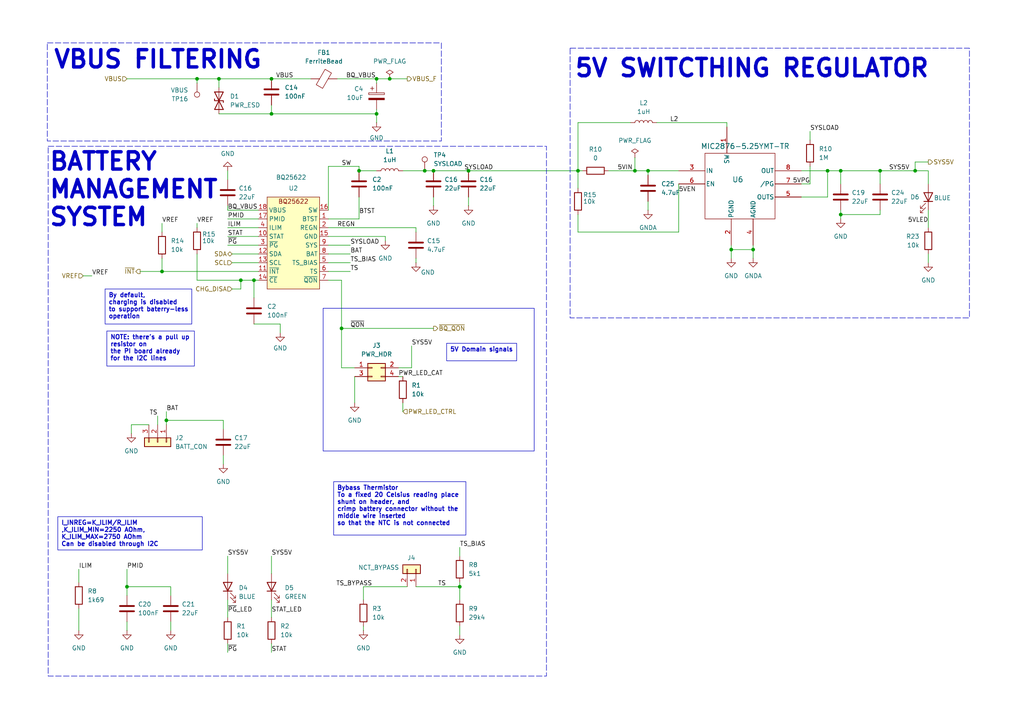
<source format=kicad_sch>
(kicad_sch (version 20231120) (generator "eeschema") (generator_version "8.0")
  (paper "A4")
  (title_block (title "Effective Range - MrHAT") (date "2024-06-17") (rev "1.10.0") (company "Effective Range Kft.") (comment 1 "visit https://creativecommons.org/licenses/by/4.0/") (comment 2 "is licensed under CC BY 4.0. To view a copy of this license,") (comment 3 "License: MrHAT © 2024 by Ferenc Nandor Janky & Attila Gombos"))
  (lib_symbols
    (symbol "Connector:TestPoint" (pin_numbers hide) (pin_names (offset 0.762) hide)
      (property "Reference" "TP" (at 0 6.858 0))
      (property "Value" "TestPoint" (at 0 5.08 0))
      (symbol "TestPoint_0_1"
        (circle (center 0 3.302) (radius 0.762))
      )
      (symbol "TestPoint_1_1"
        (pin passive line (at 0 0 90) (length 2.54) (name "1") (number "1"))
      )
    )
    (symbol "Connector_Generic:Conn_01x02" (pin_names (offset 1.016) hide)
      (property "Reference" "J" (at 0 2.54 0))
      (property "Value" "Conn_01x02" (at 0 -5.08 0))
      (symbol "Conn_01x02_1_1"
        (rectangle (start -1.27 -2.413) (end 0 -2.667) (stroke (width 0.1524)))
        (rectangle (start -1.27 0.127) (end 0 -0.127) (stroke (width 0.1524)))
        (rectangle (start -1.27 1.27) (end 1.27 -3.81) (stroke (width 0.254)) (fill (type background)))
        (pin passive line (at -5.08 0 0) (length 3.81) (name "Pin_1") (number "1"))
        (pin passive line (at -5.08 -2.54 0) (length 3.81) (name "Pin_2") (number "2"))
      )
    )
    (symbol "Connector_Generic:Conn_01x03" (pin_names (offset 1.016) hide)
      (property "Reference" "J" (at 0 5.08 0))
      (property "Value" "Conn_01x03" (at 0 -5.08 0))
      (symbol "Conn_01x03_1_1"
        (rectangle (start -1.27 -2.413) (end 0 -2.667) (stroke (width 0.1524)))
        (rectangle (start -1.27 0.127) (end 0 -0.127) (stroke (width 0.1524)))
        (rectangle (start -1.27 2.667) (end 0 2.413) (stroke (width 0.1524)))
        (rectangle (start -1.27 3.81) (end 1.27 -3.81) (stroke (width 0.254)) (fill (type background)))
        (pin passive line (at -5.08 2.54 0) (length 3.81) (name "Pin_1") (number "1"))
        (pin passive line (at -5.08 0 0) (length 3.81) (name "Pin_2") (number "2"))
        (pin passive line (at -5.08 -2.54 0) (length 3.81) (name "Pin_3") (number "3"))
      )
    )
    (symbol "Connector_Generic:Conn_02x02_Odd_Even" (pin_names (offset 1.016) hide)
      (property "Reference" "J" (at 1.27 2.54 0))
      (property "Value" "Conn_02x02_Odd_Even" (at 1.27 -5.08 0))
      (symbol "Conn_02x02_Odd_Even_1_1"
        (rectangle (start -1.27 -2.413) (end 0 -2.667) (stroke (width 0.1524)))
        (rectangle (start -1.27 0.127) (end 0 -0.127) (stroke (width 0.1524)))
        (rectangle (start -1.27 1.27) (end 3.81 -3.81) (stroke (width 0.254)) (fill (type background)))
        (rectangle (start 3.81 -2.413) (end 2.54 -2.667) (stroke (width 0.1524)))
        (rectangle (start 3.81 0.127) (end 2.54 -0.127) (stroke (width 0.1524)))
        (pin passive line (at -5.08 0 0) (length 3.81) (name "Pin_1") (number "1"))
        (pin passive line (at 7.62 0 180) (length 3.81) (name "Pin_2") (number "2"))
        (pin passive line (at -5.08 -2.54 0) (length 3.81) (name "Pin_3") (number "3"))
        (pin passive line (at 7.62 -2.54 180) (length 3.81) (name "Pin_4") (number "4"))
      )
    )
    (symbol "Device:C" (pin_numbers hide) (pin_names (offset 0.254))
      (property "Reference" "C" (at 0.635 2.54 0))
      (property "Value" "C" (at 0.635 -2.54 0))
      (symbol "C_0_1"
        (polyline (pts (xy -2.032 -0.762) (xy 2.032 -0.762)) (stroke (width 0.508)))
        (polyline (pts (xy -2.032 0.762) (xy 2.032 0.762)) (stroke (width 0.508)))
      )
      (symbol "C_1_1"
        (pin passive line (at 0 3.81 270) (length 2.794) (name "~") (number "1"))
        (pin passive line (at 0 -3.81 90) (length 2.794) (name "~") (number "2"))
      )
    )
    (symbol "Device:C_Polarized" (pin_numbers hide) (pin_names (offset 0.254))
      (property "Reference" "C" (at 0.635 2.54 0))
      (property "Value" "C_Polarized" (at 0.635 -2.54 0))
      (symbol "C_Polarized_0_1"
        (rectangle (start -2.286 0.508) (end 2.286 1.016))
        (polyline (pts (xy -1.778 2.286) (xy -0.762 2.286)))
        (polyline (pts (xy -1.27 2.794) (xy -1.27 1.778)))
        (rectangle (start 2.286 -0.508) (end -2.286 -1.016) (fill (type outline)))
      )
      (symbol "C_Polarized_1_1"
        (pin passive line (at 0 3.81 270) (length 2.794) (name "~") (number "1"))
        (pin passive line (at 0 -3.81 90) (length 2.794) (name "~") (number "2"))
      )
    )
    (symbol "Device:FerriteBead" (pin_numbers hide) (pin_names (offset 0))
      (property "Reference" "FB" (at -3.81 0.635 90))
      (property "Value" "FerriteBead" (at 3.81 0 90))
      (symbol "FerriteBead_0_1"
        (polyline (pts (xy 0 -1.27) (xy 0 -1.2192)))
        (polyline (pts (xy 0 1.27) (xy 0 1.2954)))
        (polyline (pts (xy -2.7686 0.4064) (xy -1.7018 2.2606) (xy 2.7686 -0.3048) (xy 1.6764 -2.159) (xy -2.7686 0.4064)))
      )
      (symbol "FerriteBead_1_1"
        (pin passive line (at 0 3.81 270) (length 2.54) (name "~") (number "1"))
        (pin passive line (at 0 -3.81 90) (length 2.54) (name "~") (number "2"))
      )
    )
    (symbol "Device:L" (pin_numbers hide) (pin_names (offset 1.016) hide)
      (property "Reference" "L" (at -1.27 0 90))
      (property "Value" "L" (at 1.905 0 90))
      (symbol "L_0_1"
        (arc (start 0 -2.54) (mid 0.6323 -1.905) (end 0 -1.27))
        (arc (start 0 -1.27) (mid 0.6323 -0.635) (end 0 0))
        (arc (start 0 0) (mid 0.6323 0.635) (end 0 1.27))
        (arc (start 0 1.27) (mid 0.6323 1.905) (end 0 2.54))
      )
      (symbol "L_1_1"
        (pin passive line (at 0 3.81 270) (length 1.27) (name "1") (number "1"))
        (pin passive line (at 0 -3.81 90) (length 1.27) (name "2") (number "2"))
      )
    )
    (symbol "Device:LED" (pin_numbers hide) (pin_names (offset 1.016) hide)
      (property "Reference" "D" (at 0 2.54 0))
      (property "Value" "LED" (at 0 -2.54 0))
      (symbol "LED_0_1"
        (polyline (pts (xy -1.27 -1.27) (xy -1.27 1.27)) (stroke (width 0.254)))
        (polyline (pts (xy -1.27 0) (xy 1.27 0)))
        (polyline (pts (xy 1.27 -1.27) (xy 1.27 1.27) (xy -1.27 0) (xy 1.27 -1.27)) (stroke (width 0.254)))
        (polyline (pts (xy -3.048 -0.762) (xy -4.572 -2.286) (xy -3.81 -2.286) (xy -4.572 -2.286) (xy -4.572 -1.524)))
        (polyline (pts (xy -1.778 -0.762) (xy -3.302 -2.286) (xy -2.54 -2.286) (xy -3.302 -2.286) (xy -3.302 -1.524)))
      )
      (symbol "LED_1_1"
        (pin passive line (at -3.81 0 0) (length 2.54) (name "K") (number "1"))
        (pin passive line (at 3.81 0 180) (length 2.54) (name "A") (number "2"))
      )
    )
    (symbol "Device:R" (pin_numbers hide) (pin_names (offset 0))
      (property "Reference" "R" (at 2.032 0 90))
      (property "Value" "R" (at 0 0 90))
      (symbol "R_0_1"
        (rectangle (start -1.016 -2.54) (end 1.016 2.54) (stroke (width 0.254)))
      )
      (symbol "R_1_1"
        (pin passive line (at 0 3.81 270) (length 1.27) (name "~") (number "1"))
        (pin passive line (at 0 -3.81 90) (length 1.27) (name "~") (number "2"))
      )
    )
    (symbol "Diode:1.5KExxCA" (pin_numbers hide) (pin_names (offset 1.016) hide)
      (property "Reference" "D" (at 0 2.54 0))
      (property "Value" "1.5KExxCA" (at 0 -2.54 0))
      (symbol "1.5KExxCA_0_1"
        (polyline (pts (xy 1.27 0) (xy -1.27 0)))
        (polyline (pts (xy -2.54 -1.27) (xy 0 0) (xy -2.54 1.27) (xy -2.54 -1.27)) (stroke (width 0.254)))
        (polyline (pts (xy 0.508 1.27) (xy 0 1.27) (xy 0 -1.27) (xy -0.508 -1.27)) (stroke (width 0.254)))
        (polyline (pts (xy 2.54 1.27) (xy 2.54 -1.27) (xy 0 0) (xy 2.54 1.27)) (stroke (width 0.254)))
      )
      (symbol "1.5KExxCA_1_1"
        (pin passive line (at -3.81 0 0) (length 2.54) (name "A1") (number "1"))
        (pin passive line (at 3.81 0 180) (length 2.54) (name "A2") (number "2"))
      )
    )
    (symbol "effectiveRangeHat_kicad_sym:BQ25622"
      (property "Reference" "U" (at 0 16.51 0))
      (symbol "BQ25622_1_1"
        (rectangle (start -7.62 15.24) (end 7.62 -11.43) (fill (type background)))
        (text "BQ25622\n" (at 0 13.97 0) (effects (font (size 1.27 1.27))))
        (pin input line (at 10.16 8.89 180) (length 2.54) (name "BTST") (number "1"))
        (pin input line (at -10.16 3.81 0) (length 2.54) (name "STAT") (number "10"))
        (pin input line (at -10.16 -6.35 0) (length 2.54) (name "~{INT}") (number "11"))
        (pin input line (at -10.16 -1.27 0) (length 2.54) (name "SDA") (number "12"))
        (pin input line (at -10.16 -3.81 0) (length 2.54) (name "SCL") (number "13"))
        (pin input line (at -10.16 -8.89 0) (length 2.54) (name "~{CE}") (number "14"))
        (pin passive line (at 10.16 3.81 180) (length 2.54) (name "GND") (number "15"))
        (pin input line (at 10.16 11.43 180) (length 2.54) (name "SW") (number "16"))
        (pin input line (at -10.16 8.89 0) (length 2.54) (name "PMID") (number "17"))
        (pin power_in line (at -10.16 11.43 0) (length 2.54) (name "VBUS") (number "18"))
        (pin input line (at 10.16 6.35 180) (length 2.54) (name "REGN") (number "2"))
        (pin input line (at -10.16 1.27 0) (length 2.54) (name "~{PG}") (number "3"))
        (pin input line (at -10.16 6.35 0) (length 2.54) (name "ILIM") (number "4"))
        (pin input line (at 10.16 -3.81 180) (length 2.54) (name "TS_BIAS") (number "5"))
        (pin input line (at 10.16 -6.35 180) (length 2.54) (name "TS") (number "6"))
        (pin input line (at 10.16 -8.89 180) (length 2.54) (name "~{QON}") (number "7"))
        (pin input line (at 10.16 -1.27 180) (length 2.54) (name "BAT") (number "8"))
        (pin power_out line (at 10.16 1.27 180) (length 2.54) (name "SYS") (number "9"))
      )
    )
    (symbol "effectiveRangeHat_kicad_sym:MIC2876-5.25YMT-TR" (pin_names (offset 0.254))
      (property "Reference" "U" (at 0 14.224 0))
      (property "Value" "MIC2876-5.25YMT-TR" (at 0 11.684 0))
      (symbol "MIC2876-5.25YMT-TR_0_1"
        (rectangle (start -11.43 8.89) (end 8.89 -10.16))
        (pin power_in line (at -19.05 3.81 0) (length 7.62) (name "IN") (number "3"))
        (pin input line (at 16.51 -3.81 180) (length 7.62) (name "OUTS") (number "5"))
        (pin input line (at -19.05 0 0) (length 7.62) (name "EN") (number "6"))
        (pin output line (at 16.51 0 180) (length 7.62) (name "/PG") (number "7"))
      )
      (symbol "MIC2876-5.25YMT-TR_1_1"
        (pin passive line (at -5.08 16.51 270) (length 7.62) (name "SW") (number "1"))
        (pin passive line (at -3.81 -17.78 90) (length 7.62) (name "PGND") (number "2"))
        (pin passive line (at 2.54 -17.78 90) (length 7.62) (name "AGND") (number "4"))
        (pin power_out line (at 16.51 3.81 180) (length 7.62) (name "OUT") (number "8"))
        (pin passive line (at 2.54 -17.78 90) (length 7.62) hide (name "AGND") (number "9"))
      )
    )
    (symbol "power:GND" (power) (pin_numbers hide) (pin_names (offset 0) hide)
      (property "Value" "GND" (at 0 -3.81 0))
      (symbol "GND_0_1"
        (polyline (pts (xy 0 0) (xy 0 -1.27) (xy 1.27 -1.27) (xy 0 -2.54) (xy -1.27 -1.27) (xy 0 -1.27)))
      )
      (symbol "GND_1_1"
        (pin power_in line (at 0 0 270) (length 0) (name "~") (number "1"))
      )
    )
    (symbol "power:GNDA" (power) (pin_numbers hide) (pin_names (offset 0) hide)
      (property "Value" "GNDA" (at 0 -3.81 0))
      (symbol "GNDA_0_1"
        (polyline (pts (xy 0 0) (xy 0 -1.27) (xy 1.27 -1.27) (xy 0 -2.54) (xy -1.27 -1.27) (xy 0 -1.27)))
      )
      (symbol "GNDA_1_1"
        (pin power_in line (at 0 0 270) (length 0) (name "~") (number "1"))
      )
    )
    (symbol "power:PWR_FLAG" (power) (pin_numbers hide) (pin_names (offset 0) hide)
      (property "Value" "PWR_FLAG" (at 0 3.81 0))
      (symbol "PWR_FLAG_0_0"
        (pin power_out line (at 0 0 90) (length 0) (name "~") (number "1"))
      )
      (symbol "PWR_FLAG_0_1"
        (polyline (pts (xy 0 0) (xy 0 1.27) (xy -1.016 1.905) (xy 0 2.54) (xy 1.016 1.905) (xy 0 1.27)))
      )
    )
  )
  (junction (at 135.89 49.53))
  (junction (at 243.84 49.53))
  (junction (at 78.74 22.86))
  (junction (at 265.43 49.53))
  (junction (at 48.26 121.92))
  (junction (at 36.83 170.18))
  (junction (at 109.22 33.02))
  (junction (at 218.44 72.39))
  (junction (at 113.03 22.86))
  (junction (at 109.22 22.86))
  (junction (at 240.03 49.53))
  (junction (at 212.09 72.39))
  (junction (at 99.06 95.25))
  (junction (at 123.19 49.53))
  (junction (at 73.66 81.28))
  (junction (at 133.35 170.18))
  (junction (at 69.85 81.28))
  (junction (at 167.64 49.53))
  (junction (at 78.74 33.02))
  (junction (at 125.73 49.53))
  (junction (at 63.5 22.86))
  (junction (at 184.15 49.53))
  (junction (at 57.15 22.86))
  (junction (at 255.27 49.53))
  (junction (at 104.14 49.53))
  (junction (at 187.96 49.53))
  (junction (at 46.99 78.74))
  (junction (at 243.84 62.23))
  (wire (pts (xy 133.35 170.18) (xy 133.35 173.99)))
  (wire (pts (xy 133.35 168.91) (xy 133.35 170.18)))
  (wire (pts (xy 46.99 78.74) (xy 46.99 74.93)))
  (wire (pts (xy 57.15 81.28) (xy 69.85 81.28)))
  (wire (pts (xy 66.04 49.53) (xy 66.04 52.07)))
  (wire (pts (xy 95.25 71.12) (xy 101.6 71.12)))
  (wire (pts (xy 78.74 33.02) (xy 109.22 33.02)))
  (wire (pts (xy 120.65 170.18) (xy 133.35 170.18)))
  (wire (pts (xy 45.72 120.65) (xy 45.72 123.19)))
  (wire (pts (xy 115.57 109.22) (xy 116.84 109.22)))
  (wire (pts (xy 232.41 49.53) (xy 240.03 49.53)))
  (wire (pts (xy 38.1 125.73) (xy 38.1 123.19)))
  (wire (pts (xy 57.15 73.66) (xy 57.15 81.28)))
  (wire (pts (xy 63.5 22.86) (xy 78.74 22.86)))
  (wire (pts (xy 184.15 49.53) (xy 187.96 49.53)))
  (wire (pts (xy 104.14 49.53) (xy 109.22 49.53)))
  (wire (pts (xy 218.44 72.39) (xy 218.44 74.93)))
  (wire (pts (xy 232.41 53.34) (xy 234.95 53.34)))
  (wire (pts (xy 36.83 170.18) (xy 49.53 170.18)))
  (wire (pts (xy 167.64 54.61) (xy 167.64 49.53)))
  (wire (pts (xy 78.74 22.86) (xy 90.17 22.86)))
  (wire (pts (xy 78.74 30.48) (xy 78.74 33.02)))
  (wire (pts (xy 167.64 35.56) (xy 182.88 35.56)))
  (wire (pts (xy 95.25 48.26) (xy 104.14 48.26)))
  (wire (pts (xy 64.77 132.08) (xy 64.77 134.62)))
  (wire (pts (xy 105.41 181.61) (xy 105.41 182.88)))
  (wire (pts (xy 46.99 78.74) (xy 74.93 78.74)))
  (wire (pts (xy 135.89 49.53) (xy 167.64 49.53)))
  (wire (pts (xy 265.43 46.99) (xy 265.43 49.53)))
  (wire (pts (xy 49.53 180.34) (xy 49.53 182.88)))
  (wire (pts (xy 99.06 81.28) (xy 99.06 95.25)))
  (wire (pts (xy 255.27 60.96) (xy 255.27 62.23)))
  (wire (pts (xy 36.83 170.18) (xy 36.83 172.72)))
  (wire (pts (xy 95.25 78.74) (xy 101.6 78.74)))
  (wire (pts (xy 210.82 35.56) (xy 190.5 35.56)))
  (wire (pts (xy 36.83 165.1) (xy 36.83 170.18)))
  (wire (pts (xy 243.84 49.53) (xy 243.84 53.34)))
  (wire (pts (xy 95.25 66.04) (xy 120.65 66.04)))
  (wire (pts (xy 109.22 22.86) (xy 113.03 22.86)))
  (wire (pts (xy 212.09 72.39) (xy 212.09 74.93)))
  (wire (pts (xy 63.5 33.02) (xy 78.74 33.02)))
  (wire (pts (xy 95.25 76.2) (xy 101.6 76.2)))
  (wire (pts (xy 22.86 176.53) (xy 22.86 182.88)))
  (wire (pts (xy 73.66 81.28) (xy 73.66 86.36)))
  (wire (pts (xy 78.74 161.29) (xy 78.74 166.37)))
  (wire (pts (xy 212.09 72.39) (xy 218.44 72.39)))
  (wire (pts (xy 99.06 95.25) (xy 99.06 106.68)))
  (wire (pts (xy 187.96 49.53) (xy 196.85 49.53)))
  (wire (pts (xy 73.66 81.28) (xy 74.93 81.28)))
  (wire (pts (xy 255.27 49.53) (xy 265.43 49.53)))
  (wire (pts (xy 240.03 49.53) (xy 243.84 49.53)))
  (wire (pts (xy 22.86 165.1) (xy 22.86 168.91)))
  (wire (pts (xy 66.04 59.69) (xy 66.04 60.96)))
  (wire (pts (xy 255.27 62.23) (xy 243.84 62.23)))
  (wire (pts (xy 111.76 68.58) (xy 111.76 69.85)))
  (wire (pts (xy 269.24 49.53) (xy 265.43 49.53)))
  (wire (pts (xy 81.28 93.98) (xy 81.28 96.52)))
  (wire (pts (xy 167.64 49.53) (xy 168.91 49.53)))
  (wire (pts (xy 187.96 58.42) (xy 187.96 60.96)))
  (wire (pts (xy 66.04 63.5) (xy 74.93 63.5)))
  (wire (pts (xy 119.38 100.33) (xy 119.38 106.68)))
  (wire (pts (xy 64.77 121.92) (xy 64.77 124.46)))
  (wire (pts (xy 95.25 48.26) (xy 95.25 60.96)))
  (wire (pts (xy 120.65 74.93) (xy 120.65 76.2)))
  (wire (pts (xy 69.85 81.28) (xy 73.66 81.28)))
  (wire (pts (xy 73.66 93.98) (xy 81.28 93.98)))
  (wire (pts (xy 99.06 106.68) (xy 102.87 106.68)))
  (wire (pts (xy 48.26 121.92) (xy 64.77 121.92)))
  (wire (pts (xy 269.24 73.66) (xy 269.24 76.2)))
  (wire (pts (xy 109.22 31.75) (xy 109.22 33.02)))
  (wire (pts (xy 78.74 173.99) (xy 78.74 179.07)))
  (wire (pts (xy 123.19 49.53) (xy 125.73 49.53)))
  (wire (pts (xy 78.74 186.69) (xy 78.74 189.23)))
  (wire (pts (xy 243.84 60.96) (xy 243.84 62.23)))
  (wire (pts (xy 36.83 180.34) (xy 36.83 182.88)))
  (wire (pts (xy 95.25 68.58) (xy 111.76 68.58)))
  (wire (pts (xy 40.64 78.74) (xy 46.99 78.74)))
  (wire (pts (xy 66.04 60.96) (xy 74.93 60.96)))
  (wire (pts (xy 67.31 76.2) (xy 74.93 76.2)))
  (wire (pts (xy 104.14 48.26) (xy 104.14 49.53)))
  (wire (pts (xy 48.26 121.92) (xy 48.26 123.19)))
  (wire (pts (xy 66.04 66.04) (xy 74.93 66.04)))
  (wire (pts (xy 265.43 46.99) (xy 269.24 46.99)))
  (wire (pts (xy 135.89 57.15) (xy 135.89 59.69)))
  (wire (pts (xy 133.35 158.75) (xy 133.35 161.29)))
  (wire (pts (xy 66.04 68.58) (xy 74.93 68.58)))
  (wire (pts (xy 57.15 64.77) (xy 57.15 66.04)))
  (wire (pts (xy 184.15 45.72) (xy 184.15 49.53)))
  (wire (pts (xy 116.84 49.53) (xy 123.19 49.53)))
  (wire (pts (xy 105.41 170.18) (xy 118.11 170.18)))
  (wire (pts (xy 104.14 63.5) (xy 104.14 57.15)))
  (wire (pts (xy 232.41 57.15) (xy 240.03 57.15)))
  (wire (pts (xy 102.87 109.22) (xy 102.87 116.84)))
  (wire (pts (xy 48.26 119.38) (xy 48.26 121.92)))
  (wire (pts (xy 133.35 181.61) (xy 133.35 184.15)))
  (wire (pts (xy 36.83 22.86) (xy 57.15 22.86)))
  (wire (pts (xy 113.03 22.86) (xy 118.11 22.86)))
  (wire (pts (xy 69.85 81.28) (xy 69.85 83.82)))
  (wire (pts (xy 243.84 49.53) (xy 255.27 49.53)))
  (wire (pts (xy 269.24 49.53) (xy 269.24 53.34)))
  (wire (pts (xy 67.31 73.66) (xy 74.93 73.66)))
  (wire (pts (xy 66.04 161.29) (xy 66.04 166.37)))
  (wire (pts (xy 269.24 60.96) (xy 269.24 66.04)))
  (wire (pts (xy 24.13 80.01) (xy 26.67 80.01)))
  (wire (pts (xy 57.15 22.86) (xy 63.5 22.86)))
  (wire (pts (xy 167.64 35.56) (xy 167.64 49.53)))
  (wire (pts (xy 109.22 22.86) (xy 109.22 24.13)))
  (wire (pts (xy 218.44 71.12) (xy 218.44 72.39)))
  (wire (pts (xy 105.41 170.18) (xy 105.41 173.99)))
  (wire (pts (xy 99.06 95.25) (xy 125.73 95.25)))
  (wire (pts (xy 240.03 49.53) (xy 240.03 57.15)))
  (wire (pts (xy 66.04 186.69) (xy 66.04 189.23)))
  (wire (pts (xy 234.95 38.1) (xy 234.95 40.64)))
  (wire (pts (xy 95.25 81.28) (xy 99.06 81.28)))
  (wire (pts (xy 115.57 106.68) (xy 119.38 106.68)))
  (wire (pts (xy 95.25 63.5) (xy 104.14 63.5)))
  (wire (pts (xy 125.73 49.53) (xy 135.89 49.53)))
  (wire (pts (xy 167.64 62.23) (xy 167.64 67.31)))
  (wire (pts (xy 95.25 73.66) (xy 101.6 73.66)))
  (wire (pts (xy 210.82 35.56) (xy 210.82 36.83)))
  (wire (pts (xy 125.73 57.15) (xy 125.73 59.69)))
  (wire (pts (xy 46.99 64.77) (xy 46.99 67.31)))
  (wire (pts (xy 212.09 71.12) (xy 212.09 72.39)))
  (wire (pts (xy 234.95 48.26) (xy 234.95 53.34)))
  (wire (pts (xy 66.04 71.12) (xy 74.93 71.12)))
  (wire (pts (xy 120.65 66.04) (xy 120.65 67.31)))
  (wire (pts (xy 66.04 173.99) (xy 66.04 179.07)))
  (wire (pts (xy 167.64 67.31) (xy 196.85 67.31)))
  (wire (pts (xy 187.96 49.53) (xy 187.96 50.8)))
  (wire (pts (xy 243.84 62.23) (xy 243.84 63.5)))
  (wire (pts (xy 57.15 24.13) (xy 57.15 22.86)))
  (wire (pts (xy 38.1 123.19) (xy 43.18 123.19)))
  (wire (pts (xy 255.27 49.53) (xy 255.27 53.34)))
  (wire (pts (xy 63.5 22.86) (xy 63.5 25.4)))
  (wire (pts (xy 176.53 49.53) (xy 184.15 49.53)))
  (wire (pts (xy 49.53 170.18) (xy 49.53 172.72)))
  (wire (pts (xy 109.22 33.02) (xy 109.22 35.56)))
  (wire (pts (xy 116.84 119.38) (xy 116.84 116.84)))
  (wire (pts (xy 97.79 22.86) (xy 109.22 22.86)))
  (wire (pts (xy 67.31 83.82) (xy 69.85 83.82)))
  (wire (pts (xy 196.85 53.34) (xy 196.85 67.31)))
  (rectangle (start 13.716 12.446) (end 128.016 40.894) (stroke (width 0) (type dash)))
  (rectangle (start 93.726 89.408) (end 154.94 130.81))
  (rectangle (start 13.97 42.418) (end 158.496 196.088) (stroke (width 0) (type dash)))
  (rectangle (start 165.354 13.97) (end 281.178 92.202) (stroke (width 0) (type dash)))
  (text_box "NOTE: there's a pull up resistor on\nthe PI board already for the I2C lines\n" (at 30.988 96.012 0) (size 25.4 10.16) (effects (font (size 1.27 1.27) (bold yes)) (justify left top)))
  (text_box "Bybass Thermistor\nTo a fixed 20 Celsius reading place shunt on header, and\ncrimp battery connector without the middle wire inserted\nso that the NTC is not connected\n" (at 96.774 139.7 0) (size 38.354 15.494) (effects (font (size 1.27 1.27) (bold yes)) (justify left top)))
  (text_box "I_INREG=K_ILIM/R_ILIM ,K_ILIM_MIN=2250 AOhm, K_ILIM_MAX=2750 AOhm\nCan be disabled through I2C" (at 16.764 149.86 0) (size 41.91 9.652) (effects (font (size 1.27 1.27) (bold yes)) (justify left top)))
  (text_box "5V Domain signals\n" (at 129.54 99.568 0) (size 20.32 5.08) (effects (font (size 1.27 1.27) (bold yes)) (justify left top)))
  (text_box "By default, \ncharging is disabled\nto support baterry-less operation" (at 30.48 83.82 0) (size 25.146 10.16) (effects (font (size 1.27 1.27) (bold yes)) (justify left top)))
  (text "5V SWITCTHING REGULATOR" (at 166.37 22.86 0) (effects (font (size 5 5) (bold yes)) (justify left bottom)))
  (text "BATTERY \nMANAGEMENT\nSYSTEM" (at 13.97 66.04 0) (effects (font (size 5 5) (bold yes)) (justify left bottom)))
  (text "VBUS FILTERING" (at 15.24 20.32 0) (effects (font (size 5 5) (bold yes)) (justify left bottom)))
  (label "REGN" (at 97.79 66.04 0))
  (label "SYS5V" (at 78.74 161.29 0))
  (label "STAT_LED" (at 78.74 177.8 0))
  (label "TS_BIAS" (at 101.6 76.2 0))
  (label "ILIM" (at 66.04 66.04 0))
  (label "TS_BYPASS" (at 107.95 170.18 180))
  (label "~{PG}_LED" (at 66.04 177.8 0))
  (label "L2" (at 194.31 35.56 0))
  (label "BTST" (at 104.14 62.23 0))
  (label "BAT" (at 101.6 73.66 0))
  (label "SYS5V" (at 119.38 100.33 0))
  (label "VREF" (at 26.67 80.01 0))
  (label "BQ_VBUS" (at 66.04 60.96 0))
  (label "PWR_LED_CAT" (at 115.57 109.22 0))
  (label "STAT" (at 78.74 189.23 0))
  (label "SYSLOAD" (at 134.62 49.53 0))
  (label "TS" (at 127 170.18 0))
  (label "~{QON}" (at 101.6 95.25 0))
  (label "BQ_VBUS" (at 100.33 22.86 0))
  (label "SYSLOAD" (at 101.6 71.12 0))
  (label "PMID" (at 36.83 165.1 0))
  (label "SYSLOAD" (at 234.95 38.1 0))
  (label "~{PG}" (at 66.04 189.23 0))
  (label "TS" (at 101.6 78.74 0))
  (label "5VEN" (at 196.85 55.88 0))
  (label "5VIN" (at 179.07 49.53 0))
  (label "STAT" (at 66.04 68.58 0))
  (label "TS_BIAS" (at 133.35 158.75 0))
  (label "ILIM" (at 22.86 165.1 0))
  (label "VREF" (at 46.99 64.77 0))
  (label "5VPG" (at 234.95 53.34 180))
  (label "SW" (at 99.06 48.26 0))
  (label "VBUS" (at 80.01 22.86 0))
  (label "VREF" (at 57.15 64.77 0))
  (label "BAT" (at 48.26 119.38 0))
  (label "SYS5V" (at 257.81 49.53 0))
  (label "5VLED" (at 269.24 64.77 180))
  (label "~{PG}" (at 66.04 71.12 0))
  (label "SYS5V" (at 66.04 161.29 0))
  (label "PMID" (at 66.04 63.5 0))
  (label "TS" (at 45.72 120.65 180))
  (hierarchical_label "~{BQ_QON}" (shape output) (at 125.73 95.25 0))
  (hierarchical_label "PWR_LED_CTRL" (shape input) (at 116.84 119.38 0))
  (hierarchical_label "SDA" (shape bidirectional) (at 67.31 73.66 180))
  (hierarchical_label "~{INT}" (shape output) (at 40.64 78.74 180))
  (hierarchical_label "CHG_DISA" (shape input) (at 67.31 83.82 180))
  (hierarchical_label "VREF" (shape input) (at 24.13 80.01 180))
  (hierarchical_label "VBUS_F" (shape output) (at 118.11 22.86 0))
  (hierarchical_label "VBUS" (shape input) (at 36.83 22.86 180))
  (hierarchical_label "SYS5V" (shape output) (at 269.24 46.99 0))
  (hierarchical_label "SCL" (shape input) (at 67.31 76.2 180))
  (symbol (lib_id "Device:FerriteBead") (at 93.98 22.86 90) (unit 1)
    (property "Reference" "FB1" (at 93.9292 15.24 90))
    (property "Value" "FerriteBead" (at 93.9292 17.78 90))
    (property "Footprint" "Inductor_SMD:L_1210_3225Metric" (effects (hide yes)))
    (property "Description" "Ferrite bead" (effects (hide yes)))
    (property "MPN" "BLE32PN260SH1L" (effects (hide yes)))
    (property "Manufacturer" "Murata Electronics" (effects (hide yes)))
    (property "SupplierLink" "https://www.digikey.hu/hu/products/detail/laird-signal-integrity-products/28F0121-0SR-10/806671" (effects (hide yes)))
  )
  (symbol (lib_id "Device:C") (at 120.65 71.12 0) (unit 1)
    (property "Reference" "C15" (at 123.825 69.85 0) (effects (justify left)))
    (property "Value" "4.7uF" (at 123.825 72.39 0) (effects (justify left)))
    (property "Footprint" "Capacitor_SMD:C_0805_2012Metric" (effects (hide yes)))
    (property "Description" "Unpolarized capacitor" (effects (hide yes)))
    (property "MPN" "GRM21BR61H475KE51L" (effects (hide yes)))
    (property "Manufacturer" "Murata Electronics" (effects (hide yes)))
    (property "SupplierLink" "https://www.digikey.hu/en/products/detail/murata-electronics/GRM21BR61H475KE51L/4905540" (effects (hide yes)))
  )
  (symbol (lib_id "Device:C") (at 255.27 57.15 0) (unit 1)
    (property "Reference" "C24" (at 258.445 55.88 0) (effects (justify left)))
    (property "Value" "22uF" (at 258.445 58.42 0) (effects (justify left)))
    (property "Footprint" "Capacitor_SMD:C_0805_2012Metric" (effects (hide yes)))
    (property "Description" "Unpolarized capacitor" (effects (hide yes)))
    (property "ESR" "2.05mOhm" (effects (hide yes)))
    (property "VDC" "35V" (effects (hide yes)))
    (property "MPN" "GRM21BR61E226ME44K" (effects (hide yes)))
    (property "Manufacturer" "Murata Electronics" (effects (hide yes)))
    (property "SupplierLink" "https://www.digikey.hu/en/products/detail/murata-electronics/GRM21BR61E226ME44K/4905534" (effects (hide yes)))
  )
  (symbol (lib_id "Connector_Generic:Conn_01x02") (at 120.65 165.1 270) (mirror x) (unit 1)
    (property "Reference" "J4" (at 118.11 161.798 90) (effects (justify left)))
    (property "Value" "NCT_BYPASS" (at 103.886 164.592 90) (effects (justify left)))
    (property "Footprint" "Connector_PinHeader_2.54mm:PinHeader_1x02_P2.54mm_Vertical" (effects (hide yes)))
    (property "Description" "Generic connector, single row, 01x02, script generated (kicad-library-utils/schlib/autogen/connector/)" (effects (hide yes)))
    (property "MPN" "61300211121" (effects (hide yes)))
    (property "Manufacturer" "Würth Elektronik" (effects (hide yes)))
  )
  (symbol (lib_id "Device:R") (at 116.84 113.03 0) (unit 1)
    (property "Reference" "R1" (at 119.38 111.76 0) (effects (justify left)))
    (property "Value" "10k" (at 119.38 114.3 0) (effects (justify left)))
    (property "Footprint" "Resistor_SMD:R_0402_1005Metric" (effects (hide yes)))
    (property "Description" "Resistor" (effects (hide yes)))
    (property "MPN" "ERJ-2GEJ103X" (effects (hide yes)))
    (property "Manufacturer" "Panasonic Electronic Components" (effects (hide yes)))
    (property "SupplierLink" "https://www.digikey.hu/en/products/detail/panasonic-electronic-components/ERJ-2GEJ103X/146735" (effects (hide yes)))
  )
  (symbol (lib_id "effectiveRangeHat_kicad_sym:MIC2876-5.25YMT-TR") (at 215.9 53.34 0) (unit 1)
    (property "Reference" "U6" (at 213.995 52.07 0) (effects (font (size 1.524 1.524))))
    (property "Value" "MIC2876-5.25YMT-TR" (at 216.154 42.418 0) (effects (font (size 1.524 1.524))))
    (property "Footprint" "effectiveRangeHat:TDFN22-8LD-PL-1_MCH" (effects (hide yes)))
    (property "Datasheet" "MIC2876-5.25YMT-TR" (effects (hide yes)))
    (property "MPN" "MIC2876-5.25YMT-TR" (effects (hide yes)))
    (property "Manufacturer" "Microchip Technology" (effects (hide yes)))
    (property "SupplierLink" "https://www.digikey.hu/en/products/detail/microchip-technology/MIC2876-5-25YMT-TR/5319474?s=N4IgTCBcDaILIEkDCYAcB2AbAWgKwDoxcBNOAFWzICUQBdAXyA" (effects (hide yes)))
  )
  (symbol (lib_id "effectiveRangeHat_kicad_sym:BQ25622") (at 85.09 72.39 0) (unit 1)
    (property "Reference" "U2" (at 85.09 54.61 0))
    (property "Value" "BQ25622" (at 84.455 51.435 0))
    (property "Footprint" "effectiveRangeHat:BQ25622" (effects (hide yes)))
    (property "MPN" "BQ25622RYKR" (effects (hide yes)))
    (property "Manufacturer" "Texas Instruments" (effects (hide yes)))
    (property "SupplierLink" "https://www.digikey.hu/hu/products/detail/texas-instruments/BQ25622RYKR/17878421" (effects (hide yes)))
  )
  (symbol (lib_id "Device:L") (at 113.03 49.53 90) (unit 1)
    (property "Reference" "L1" (at 113.03 43.815 90))
    (property "Value" "1uH" (at 113.03 46.355 90))
    (property "Footprint" "Inductor_SMD:L_1210_3225Metric" (effects (hide yes)))
    (property "Description" "Inductor" (effects (hide yes)))
    (property "MPN" "DFE322520FD-1R0M=P2" (effects (hide yes)))
    (property "Manufacturer" "Murata Electronics" (effects (hide yes)))
    (property "SupplierLink" "https://www.digikey.hu/hu/products/detail/vishay-dale/IHLP1212BZER1R0M11/2273368" (effects (hide yes)))
  )
  (symbol (lib_id "power:GND") (at 269.24 76.2 0) (mirror y) (unit 1)
    (property "Reference" "#PWR038" (effects (hide yes)))
    (property "Value" "GND" (at 269.24 81.28 0))
    (property "Description" "Power symbol creates a global label with name \"GND\" , ground" (effects (hide yes)))
  )
  (symbol (lib_id "Device:C") (at 36.83 176.53 0) (unit 1)
    (property "Reference" "C20" (at 40.005 175.26 0) (effects (justify left)))
    (property "Value" "100nF" (at 40.005 177.8 0) (effects (justify left)))
    (property "Footprint" "Capacitor_SMD:C_0402_1005Metric" (effects (hide yes)))
    (property "Description" "Unpolarized capacitor" (effects (hide yes)))
    (property "MPN" "GRM155R71E104KE14J" (effects (hide yes)))
    (property "Manufacturer" "Murata Electronics" (effects (hide yes)))
    (property "SupplierLink" "https://www.digikey.hu/en/products/detail/murata-electronics/GRM188R72A104KA35D/702549" (effects (hide yes)))
  )
  (symbol (lib_id "Device:R") (at 133.35 177.8 0) (unit 1)
    (property "Reference" "R9" (at 135.89 176.53 0) (effects (justify left)))
    (property "Value" "29k4" (at 135.89 179.07 0) (effects (justify left)))
    (property "Footprint" "Resistor_SMD:R_0402_1005Metric" (effects (hide yes)))
    (property "Description" "Resistor" (effects (hide yes)))
    (property "MPN" "ERJ-2RKF2942X" (effects (hide yes)))
    (property "Manufacturer" "Panasonic Electronic Components" (effects (hide yes)))
    (property "SupplierLink" "https://www.digikey.hu/en/products/detail/panasonic-electronic-components/ERJ-2RKF2942X/192274" (effects (hide yes)))
  )
  (symbol (lib_id "Device:C_Polarized") (at 109.22 27.94 0) (unit 1)
    (property "Reference" "C4" (at 105.41 25.781 0) (effects (justify right)))
    (property "Value" "10uF" (at 105.41 28.321 0) (effects (justify right)))
    (property "Footprint" "effectiveRangeHat:CAP_EEHZC1J100P" (effects (hide yes)))
    (property "Description" "Polarized capacitor" (effects (hide yes)))
    (property "MPN" "EEH-ZC1J100P" (effects (hide yes)))
    (property "Manufacturer" "Panasonic Electronic Components" (effects (hide yes)))
    (property "SupplierLink" "https://www.digikey.hu/en/products/detail/panasonic-electronic-components/EEH-ZC1J100P/3088071?s=N4IgTCBcDaIKJwBIFoBaBhAjAKUwBjwAUQBdAXyA" (effects (hide yes)))
  )
  (symbol (lib_id "Device:C") (at 66.04 55.88 0) (unit 1)
    (property "Reference" "C16" (at 69.215 54.61 0) (effects (justify left)))
    (property "Value" "22uF" (at 69.215 57.15 0) (effects (justify left)))
    (property "Footprint" "Capacitor_SMD:C_0805_2012Metric" (effects (hide yes)))
    (property "Description" "Unpolarized capacitor" (effects (hide yes)))
    (property "MPN" "GRM21BR61E226ME44K" (effects (hide yes)))
    (property "Manufacturer" "Murata Electronics" (effects (hide yes)))
    (property "SupplierLink" "https://www.digikey.hu/en/products/detail/murata-electronics/GRM21BR61E226ME44K/4905534" (effects (hide yes)))
  )
  (symbol (lib_id "Connector:TestPoint") (at 123.19 49.53 0) (unit 1) (in_bom no)
    (property "Reference" "TP4" (at 125.73 44.958 0) (effects (justify left)))
    (property "Value" "SYSLOAD" (at 125.73 47.498 0) (effects (justify left)))
    (property "Footprint" "TestPoint:TestPoint_Pad_D1.0mm" (effects (hide yes)))
    (property "Description" "test point" (effects (hide yes)))
  )
  (symbol (lib_id "Device:R") (at 46.99 71.12 0) (unit 1)
    (property "Reference" "R14" (at 49.53 69.85 0) (effects (justify left)))
    (property "Value" "10k" (at 49.53 72.39 0) (effects (justify left)))
    (property "Footprint" "Resistor_SMD:R_0402_1005Metric" (effects (hide yes)))
    (property "Description" "Resistor" (effects (hide yes)))
    (property "MPN" "ERJ-2GEJ103X" (effects (hide yes)))
    (property "Manufacturer" "Panasonic Electronic Components" (effects (hide yes)))
    (property "SupplierLink" "https://www.digikey.hu/en/products/detail/panasonic-electronic-components/ERJ-2GEJ103X/146735" (effects (hide yes)))
  )
  (symbol (lib_id "power:GND") (at 66.04 49.53 180) (unit 1)
    (property "Reference" "#PWR02" (effects (hide yes)))
    (property "Value" "GND" (at 66.04 44.577 0))
    (property "Description" "Power symbol creates a global label with name \"GND\" , ground" (effects (hide yes)))
  )
  (symbol (lib_id "power:GND") (at 125.73 59.69 0) (unit 1)
    (property "Reference" "#PWR027" (effects (hide yes)))
    (property "Value" "GND" (at 125.73 64.77 0))
    (property "Description" "Power symbol creates a global label with name \"GND\" , ground" (effects (hide yes)))
  )
  (symbol (lib_id "power:GND") (at 111.76 69.85 0) (unit 1)
    (property "Reference" "#PWR025" (effects (hide yes)))
    (property "Value" "GND" (at 111.76 74.93 0))
    (property "Description" "Power symbol creates a global label with name \"GND\" , ground" (effects (hide yes)))
  )
  (symbol (lib_id "power:PWR_FLAG") (at 184.15 45.72 0) (unit 1)
    (property "Reference" "#FLG03" (effects (hide yes)))
    (property "Value" "PWR_FLAG" (at 184.15 40.767 0))
    (property "Description" "Special symbol for telling ERC where power comes from" (effects (hide yes)))
  )
  (symbol (lib_id "Device:R") (at 234.95 44.45 0) (unit 1)
    (property "Reference" "R10" (at 237.49 43.18 0) (effects (justify left)))
    (property "Value" "1M" (at 237.49 45.72 0) (effects (justify left)))
    (property "Footprint" "Resistor_SMD:R_0402_1005Metric" (effects (hide yes)))
    (property "Description" "Resistor" (effects (hide yes)))
    (property "Tolerance" "1%" (effects (hide yes)))
    (property "Power" "63mW" (effects (hide yes)))
    (property "MPN" "ERJ-2RKF1004X" (effects (hide yes)))
    (property "Manufacturer" "Panasonic Electronic Components" (effects (hide yes)))
    (property "SupplierLink" "https://www.digikey.hu/en/products/detail/panasonic-electronic-components/ERJ-2RKF1004X/79728" (effects (hide yes)))
  )
  (symbol (lib_id "power:GNDA") (at 218.44 74.93 0) (mirror y) (unit 1)
    (property "Reference" "#PWR035" (effects (hide yes)))
    (property "Value" "GNDA" (at 218.44 80.01 0))
    (property "Description" "Power symbol creates a global label with name \"GNDA\" , analog ground" (effects (hide yes)))
  )
  (symbol (lib_id "Device:C") (at 49.53 176.53 0) (unit 1)
    (property "Reference" "C21" (at 52.705 175.26 0) (effects (justify left)))
    (property "Value" "22uF" (at 52.705 177.8 0) (effects (justify left)))
    (property "Footprint" "Capacitor_SMD:C_0805_2012Metric" (effects (hide yes)))
    (property "Description" "Unpolarized capacitor" (effects (hide yes)))
    (property "MPN" "GRM21BR61E226ME44K" (effects (hide yes)))
    (property "Manufacturer" "Murata Electronics" (effects (hide yes)))
    (property "SupplierLink" "https://www.digikey.hu/en/products/detail/murata-electronics/GRM21BR61E226ME44K/4905534" (effects (hide yes)))
  )
  (symbol (lib_id "Connector:TestPoint") (at 57.15 24.13 180) (unit 1) (in_bom no)
    (property "Reference" "TP16" (at 54.61 28.702 0) (effects (justify left)))
    (property "Value" "VBUS" (at 54.61 26.162 0) (effects (justify left)))
    (property "Footprint" "TestPoint:TestPoint_Pad_D1.0mm" (effects (hide yes)))
    (property "Description" "test point" (effects (hide yes)))
  )
  (symbol (lib_id "Device:C") (at 243.84 57.15 0) (unit 1)
    (property "Reference" "C19" (at 247.015 55.88 0) (effects (justify left)))
    (property "Value" "22uF" (at 247.015 58.42 0) (effects (justify left)))
    (property "Footprint" "Capacitor_SMD:C_0805_2012Metric" (effects (hide yes)))
    (property "Description" "Unpolarized capacitor" (effects (hide yes)))
    (property "ESR" "2.05mOhm" (effects (hide yes)))
    (property "VDC" "35V" (effects (hide yes)))
    (property "MPN" "GRM21BR61E226ME44K" (effects (hide yes)))
    (property "Manufacturer" "Murata Electronics" (effects (hide yes)))
    (property "SupplierLink" "https://www.digikey.hu/en/products/detail/murata-electronics/GRM21BR61E226ME44K/4905534" (effects (hide yes)))
  )
  (symbol (lib_id "power:GND") (at 135.89 59.69 0) (unit 1)
    (property "Reference" "#PWR027" (effects (hide yes)))
    (property "Value" "GND" (at 135.89 64.77 0))
    (property "Description" "Power symbol creates a global label with name \"GND\" , ground" (effects (hide yes)))
  )
  (symbol (lib_id "Device:C") (at 135.89 53.34 0) (unit 1)
    (property "Reference" "C16" (at 139.065 52.07 0) (effects (justify left)))
    (property "Value" "22uF" (at 139.065 54.61 0) (effects (justify left)))
    (property "Footprint" "Capacitor_SMD:C_0805_2012Metric" (effects (hide yes)))
    (property "Description" "Unpolarized capacitor" (effects (hide yes)))
    (property "MPN" "GRM21BR61E226ME44K" (effects (hide yes)))
    (property "Manufacturer" "Murata Electronics" (effects (hide yes)))
    (property "SupplierLink" "https://www.digikey.hu/en/products/detail/murata-electronics/GRM21BR61E226ME44K/4905534" (effects (hide yes)))
  )
  (symbol (lib_id "Connector_Generic:Conn_02x02_Odd_Even") (at 107.95 106.68 0) (unit 1)
    (property "Reference" "J3" (at 109.22 100.203 0))
    (property "Value" "PWR_HDR" (at 109.22 102.743 0))
    (property "Footprint" "Connector_PinHeader_2.54mm:PinHeader_2x02_P2.54mm_Vertical" (effects (hide yes)))
    (property "Description" "Generic connector, double row, 02x02, odd/even pin numbering scheme (row 1 odd numbers, row 2 even numbers), script generated (kicad-library-utils/schlib/autogen/connector/)" (effects (hide yes)))
    (property "MPN" "61300421121" (effects (hide yes)))
    (property "Manufacturer" "Würth Elektronik" (effects (hide yes)))
    (property "SupplierLink" "https://www.digikey.hu/en/products/detail/w%C3%BCrth-elektronik/61300421121/4846829" (effects (hide yes)))
    (property "Note" "TH" (effects (hide yes)))
  )
  (symbol (lib_id "power:GND") (at 22.86 182.88 0) (unit 1)
    (property "Reference" "#PWR041" (effects (hide yes)))
    (property "Value" "GND" (at 22.86 187.96 0))
    (property "Description" "Power symbol creates a global label with name \"GND\" , ground" (effects (hide yes)))
  )
  (symbol (lib_id "power:GND") (at 243.84 63.5 0) (unit 1)
    (property "Reference" "#PWR037" (effects (hide yes)))
    (property "Value" "GND" (at 243.84 68.58 0))
    (property "Description" "Power symbol creates a global label with name \"GND\" , ground" (effects (hide yes)))
  )
  (symbol (lib_id "power:GND") (at 38.1 125.73 0) (unit 1)
    (property "Reference" "#PWR030" (effects (hide yes)))
    (property "Value" "GND" (at 38.1 130.81 0))
    (property "Description" "Power symbol creates a global label with name \"GND\" , ground" (effects (hide yes)))
  )
  (symbol (lib_id "Device:R") (at 57.15 69.85 0) (mirror x) (unit 1)
    (property "Reference" "R15" (at 60.579 67.945 0))
    (property "Value" "10k" (at 60.452 69.85 0))
    (property "Footprint" "Resistor_SMD:R_0402_1005Metric" (effects (hide yes)))
    (property "Description" "Resistor" (effects (hide yes)))
    (property "MPN" "ERJ-2GEJ103X" (effects (hide yes)))
    (property "Manufacturer" "Panasonic Electronic Components" (effects (hide yes)))
    (property "SupplierLink" "https://www.digikey.hu/en/products/detail/panasonic-electronic-components/ERJ-2GEJ103X/146735" (effects (hide yes)))
  )
  (symbol (lib_id "Device:L") (at 186.69 35.56 90) (unit 1)
    (property "Reference" "L2" (at 186.69 29.845 90))
    (property "Value" "1uH" (at 186.69 32.385 90))
    (property "Footprint" "Inductor_SMD:L_1210_3225Metric" (effects (hide yes)))
    (property "Description" "Inductor" (effects (hide yes)))
    (property "IDC" "9.1A" (effects (hide yes)))
    (property "DCR" "7.6mOhm" (effects (hide yes)))
    (property "MPN" "DFE322520FD-1R0M=P2" (effects (hide yes)))
    (property "Manufacturer" "Murata Electronics" (effects (hide yes)))
    (property "SupplierLink" "https://www.digikey.hu/hu/products/detail/vishay-dale/IHLP1212BZER1R0M11/2273368" (effects (hide yes)))
  )
  (symbol (lib_id "Device:R") (at 269.24 69.85 0) (mirror y) (unit 1)
    (property "Reference" "R23" (at 266.7 68.58 0) (effects (justify left)))
    (property "Value" "10k" (at 266.7 71.12 0) (effects (justify left)))
    (property "Footprint" "Resistor_SMD:R_0402_1005Metric" (effects (hide yes)))
    (property "Description" "Resistor" (effects (hide yes)))
    (property "MPN" "ERJ-2GEJ103X" (effects (hide yes)))
    (property "Manufacturer" "Panasonic Electronic Components" (effects (hide yes)))
    (property "SupplierLink" "https://www.digikey.hu/en/products/detail/panasonic-electronic-components/ERJ-2GEJ103X/146735" (effects (hide yes)))
  )
  (symbol (lib_id "Diode:1.5KExxCA") (at 63.5 29.21 90) (unit 1)
    (property "Reference" "D1" (at 66.675 27.94 90) (effects (justify right)))
    (property "Value" "PWR_ESD" (at 66.675 30.48 90) (effects (justify right)))
    (property "Footprint" "Diode_SMD:D_0603_1608Metric" (effects (hide yes)))
    (property "Datasheet" "https://www.vishay.com/docs/88301/15ke.pdf" (effects (hide yes)))
    (property "Description" "1500W bidirectional TRANSZORB® Transient Voltage Suppressor, DO-201AE" (effects (hide yes)))
    (property "MPN" "PESD0603-240" (effects (hide yes)))
    (property "Manufacturer" "Littelfuse Inc." (effects (hide yes)))
    (property "SupplierLink" "https://www.digikey.hu/en/products/detail/littelfuse-inc/PESD0603-240/1813512" (effects (hide yes)))
  )
  (symbol (lib_id "Device:LED") (at 269.24 57.15 270) (mirror x) (unit 1)
    (property "Reference" "D6" (at 266.7 57.15 90) (effects (justify right)))
    (property "Value" "BLUE" (at 275.844 57.404 90) (effects (justify right)))
    (property "Footprint" "effectiveRangeHat:LED_0603" (effects (hide yes)))
    (property "Description" "Light emitting diode" (effects (hide yes)))
    (property "MPN" "150060BS75000" (effects (hide yes)))
    (property "Manufacturer" "Würth Elektronik" (effects (hide yes)))
    (property "SupplierLink" "https://www.digikey.hu/hu/products/detail/w%C3%BCrth-elektronik/150060BS75000/4489895" (effects (hide yes)))
  )
  (symbol (lib_id "power:GND") (at 105.41 182.88 0) (unit 1)
    (property "Reference" "#PWR08" (effects (hide yes)))
    (property "Value" "GND" (at 105.41 187.96 0))
    (property "Description" "Power symbol creates a global label with name \"GND\" , ground" (effects (hide yes)))
  )
  (symbol (lib_id "power:GND") (at 133.35 184.15 0) (unit 1)
    (property "Reference" "#PWR029" (effects (hide yes)))
    (property "Value" "GND" (at 133.35 189.23 0))
    (property "Description" "Power symbol creates a global label with name \"GND\" , ground" (effects (hide yes)))
  )
  (symbol (lib_id "power:GND") (at 36.83 182.88 0) (unit 1)
    (property "Reference" "#PWR039" (effects (hide yes)))
    (property "Value" "GND" (at 36.83 187.96 0))
    (property "Description" "Power symbol creates a global label with name \"GND\" , ground" (effects (hide yes)))
  )
  (symbol (lib_id "power:PWR_FLAG") (at 113.03 22.86 0) (unit 1)
    (property "Reference" "#FLG02" (effects (hide yes)))
    (property "Value" "PWR_FLAG" (at 113.03 17.78 0))
    (property "Description" "Special symbol for telling ERC where power comes from" (effects (hide yes)))
  )
  (symbol (lib_id "Device:C") (at 78.74 26.67 0) (unit 1)
    (property "Reference" "C14" (at 82.55 25.4 0) (effects (justify left)))
    (property "Value" "100nF" (at 82.55 27.94 0) (effects (justify left)))
    (property "Footprint" "Capacitor_SMD:C_0402_1005Metric" (effects (hide yes)))
    (property "Description" "Unpolarized capacitor" (effects (hide yes)))
    (property "MPN" "GRM155R71E104KE14J" (effects (hide yes)))
    (property "Manufacturer" "Murata Electronics" (effects (hide yes)))
    (property "SupplierLink" "https://www.digikey.hu/en/products/detail/murata-electronics/GRM188R72A104KA35D/702549" (effects (hide yes)))
  )
  (symbol (lib_id "Device:R") (at 22.86 172.72 0) (unit 1)
    (property "Reference" "R8" (at 25.4 171.45 0) (effects (justify left)))
    (property "Value" "1k69" (at 25.4 173.99 0) (effects (justify left)))
    (property "Footprint" "Resistor_SMD:R_0402_1005Metric" (effects (hide yes)))
    (property "Description" "Resistor" (effects (hide yes)))
    (property "MPN" "ERJ-2RKF1691X" (effects (hide yes)))
    (property "Manufacturer" "Panasonic Electronic Components" (effects (hide yes)))
    (property "SupplierLink" "https://www.digikey.hu/en/products/detail/panasonic-electronic-components/ERJ-2RKF1691X/192065" (effects (hide yes)))
  )
  (symbol (lib_id "power:GND") (at 109.22 35.56 0) (unit 1)
    (property "Reference" "#PWR024" (effects (hide yes)))
    (property "Value" "GND" (at 109.22 40.005 0))
    (property "Description" "Power symbol creates a global label with name \"GND\" , ground" (effects (hide yes)))
  )
  (symbol (lib_id "Device:R") (at 167.64 58.42 0) (mirror x) (unit 1)
    (property "Reference" "R15" (at 171.069 56.515 0))
    (property "Value" "10k" (at 170.942 58.42 0))
    (property "Footprint" "Resistor_SMD:R_0402_1005Metric" (effects (hide yes)))
    (property "Description" "Resistor" (effects (hide yes)))
    (property "MPN" "ERJ-2GEJ103X" (effects (hide yes)))
    (property "Manufacturer" "Panasonic Electronic Components" (effects (hide yes)))
    (property "SupplierLink" "https://www.digikey.hu/en/products/detail/panasonic-electronic-components/ERJ-2GEJ103X/146735" (effects (hide yes)))
  )
  (symbol (lib_id "Device:R") (at 105.41 177.8 0) (unit 1)
    (property "Reference" "R3" (at 107.95 176.53 0) (effects (justify left)))
    (property "Value" "10k" (at 107.95 179.07 0) (effects (justify left)))
    (property "Footprint" "Resistor_SMD:R_0402_1005Metric" (effects (hide yes)))
    (property "Description" "Resistor" (effects (hide yes)))
    (property "MPN" "ERJ-2GEJ103X" (effects (hide yes)))
    (property "Manufacturer" "Panasonic Electronic Components" (effects (hide yes)))
    (property "SupplierLink" "https://www.digikey.hu/en/products/detail/panasonic-electronic-components/ERJ-2GEJ103X/146735" (effects (hide yes)))
  )
  (symbol (lib_id "Device:R") (at 66.04 182.88 0) (unit 1)
    (property "Reference" "R1" (at 68.58 181.61 0) (effects (justify left)))
    (property "Value" "10k" (at 68.58 184.15 0) (effects (justify left)))
    (property "Footprint" "Resistor_SMD:R_0402_1005Metric" (effects (hide yes)))
    (property "Description" "Resistor" (effects (hide yes)))
    (property "MPN" "ERJ-2GEJ103X" (effects (hide yes)))
    (property "Manufacturer" "Panasonic Electronic Components" (effects (hide yes)))
    (property "SupplierLink" "https://www.digikey.hu/en/products/detail/panasonic-electronic-components/ERJ-2GEJ103X/146735" (effects (hide yes)))
  )
  (symbol (lib_id "power:GNDA") (at 187.96 60.96 0) (mirror y) (unit 1)
    (property "Reference" "#PWR035" (effects (hide yes)))
    (property "Value" "GNDA" (at 187.96 66.04 0))
    (property "Description" "Power symbol creates a global label with name \"GNDA\" , analog ground" (effects (hide yes)))
  )
  (symbol (lib_id "power:GND") (at 64.77 134.62 0) (unit 1)
    (property "Reference" "#PWR032" (effects (hide yes)))
    (property "Value" "GND" (at 64.77 139.7 0))
    (property "Description" "Power symbol creates a global label with name \"GND\" , ground" (effects (hide yes)))
  )
  (symbol (lib_id "Device:R") (at 133.35 165.1 0) (unit 1)
    (property "Reference" "R8" (at 135.89 163.83 0) (effects (justify left)))
    (property "Value" "5k1" (at 135.89 166.37 0) (effects (justify left)))
    (property "Footprint" "Resistor_SMD:R_0402_1005Metric" (effects (hide yes)))
    (property "Description" "Resistor" (effects (hide yes)))
    (property "MPN" "ERA-2AEB512X" (effects (hide yes)))
    (property "Manufacturer" "Panasonic Electronic Components" (effects (hide yes)))
    (property "SupplierLink" "https://www.digikey.hu/en/products/detail/panasonic-electronic-components/ERA-2AEB512X/1706022" (effects (hide yes)))
  )
  (symbol (lib_id "power:GND") (at 120.65 76.2 0) (unit 1)
    (property "Reference" "#PWR026" (effects (hide yes)))
    (property "Value" "GND" (at 124.079 78.994 0))
    (property "Description" "Power symbol creates a global label with name \"GND\" , ground" (effects (hide yes)))
  )
  (symbol (lib_id "power:GND") (at 212.09 74.93 0) (unit 1)
    (property "Reference" "#PWR034" (effects (hide yes)))
    (property "Value" "GND" (at 212.09 80.01 0))
    (property "Description" "Power symbol creates a global label with name \"GND\" , ground" (effects (hide yes)))
  )
  (symbol (lib_id "Device:LED") (at 66.04 170.18 90) (unit 1)
    (property "Reference" "D4" (at 69.215 170.4975 90) (effects (justify right)))
    (property "Value" "BLUE" (at 69.215 173.0375 90) (effects (justify right)))
    (property "Footprint" "effectiveRangeHat:LED_0603" (effects (hide yes)))
    (property "Description" "Light emitting diode" (effects (hide yes)))
    (property "MPN" "150060BS75000" (effects (hide yes)))
    (property "Manufacturer" "Würth Elektronik" (effects (hide yes)))
    (property "SupplierLink" "https://www.digikey.hu/hu/products/detail/w%C3%BCrth-elektronik/150060BS75000/4489895" (effects (hide yes)))
  )
  (symbol (lib_id "power:GND") (at 102.87 116.84 0) (unit 1)
    (property "Reference" "#PWR028" (effects (hide yes)))
    (property "Value" "GND" (at 102.87 121.92 0))
    (property "Description" "Power symbol creates a global label with name \"GND\" , ground" (effects (hide yes)))
  )
  (symbol (lib_id "power:GND") (at 81.28 96.52 0) (unit 1)
    (property "Reference" "#PWR02" (effects (hide yes)))
    (property "Value" "GND" (at 81.28 100.965 0))
    (property "Description" "Power symbol creates a global label with name \"GND\" , ground" (effects (hide yes)))
  )
  (symbol (lib_id "Device:R") (at 78.74 182.88 0) (unit 1)
    (property "Reference" "R2" (at 81.28 181.61 0) (effects (justify left)))
    (property "Value" "10k" (at 81.28 184.15 0) (effects (justify left)))
    (property "Footprint" "Resistor_SMD:R_0402_1005Metric" (effects (hide yes)))
    (property "Description" "Resistor" (effects (hide yes)))
    (property "MPN" "ERJ-2GEJ103X" (effects (hide yes)))
    (property "Manufacturer" "Panasonic Electronic Components" (effects (hide yes)))
    (property "SupplierLink" "https://www.digikey.hu/en/products/detail/panasonic-electronic-components/ERJ-2GEJ103X/146735" (effects (hide yes)))
  )
  (symbol (lib_id "Device:C") (at 104.14 53.34 0) (unit 1)
    (property "Reference" "C2" (at 107.95 52.07 0) (effects (justify left)))
    (property "Value" "100nF" (at 107.95 54.61 0) (effects (justify left)))
    (property "Footprint" "Capacitor_SMD:C_0402_1005Metric" (effects (hide yes)))
    (property "Description" "Unpolarized capacitor" (effects (hide yes)))
    (property "MPN" "GRM155R71E104KE14J" (effects (hide yes)))
    (property "Manufacturer" "Murata Electronics" (effects (hide yes)))
    (property "SupplierLink" "https://www.digikey.hu/en/products/detail/murata-electronics/GRM188R72A104KA35D/702549" (effects (hide yes)))
  )
  (symbol (lib_id "Device:C") (at 187.96 54.61 0) (unit 1)
    (property "Reference" "C25" (at 191.77 53.34 0) (effects (justify left)))
    (property "Value" "4.7uF" (at 191.77 55.88 0) (effects (justify left)))
    (property "Footprint" "Capacitor_SMD:C_0805_2012Metric" (effects (hide yes)))
    (property "Description" "Unpolarized capacitor" (effects (hide yes)))
    (property "MPN" "GRM21BR61H475KE51L" (effects (hide yes)))
    (property "Manufacturer" "Murata Electronics" (effects (hide yes)))
    (property "SupplierLink" "https://www.digikey.hu/en/products/detail/murata-electronics/GRM21BR61H475KE51L/4905540" (effects (hide yes)))
  )
  (symbol (lib_id "Device:C") (at 64.77 128.27 0) (unit 1)
    (property "Reference" "C17" (at 67.945 127 0) (effects (justify left)))
    (property "Value" "22uF" (at 67.945 129.54 0) (effects (justify left)))
    (property "Footprint" "Capacitor_SMD:C_0805_2012Metric" (effects (hide yes)))
    (property "Description" "Unpolarized capacitor" (effects (hide yes)))
    (property "MPN" "GRM21BR61E226ME44K" (effects (hide yes)))
    (property "Manufacturer" "Murata Electronics" (effects (hide yes)))
    (property "SupplierLink" "https://www.digikey.hu/en/products/detail/murata-electronics/GRM21BR61E226ME44K/4905534" (effects (hide yes)))
  )
  (symbol (lib_id "power:GND") (at 49.53 182.88 0) (unit 1)
    (property "Reference" "#PWR040" (effects (hide yes)))
    (property "Value" "GND" (at 49.53 187.96 0))
    (property "Description" "Power symbol creates a global label with name \"GND\" , ground" (effects (hide yes)))
  )
  (symbol (lib_id "Device:LED") (at 78.74 170.18 90) (unit 1)
    (property "Reference" "D5" (at 82.55 170.4975 90) (effects (justify right)))
    (property "Value" "GREEN" (at 82.55 173.0375 90) (effects (justify right)))
    (property "Footprint" "effectiveRangeHat:LED_0603" (effects (hide yes)))
    (property "Description" "Light emitting diode" (effects (hide yes)))
    (property "MPN" "150060GS75000" (effects (hide yes)))
    (property "Manufacturer" "Würth Elektronik" (effects (hide yes)))
    (property "SupplierLink" "https://www.digikey.hu/hu/products/detail/w%C3%BCrth-elektronik/150060GS75000/4489898" (effects (hide yes)))
  )
  (symbol (lib_id "Device:C") (at 73.66 90.17 0) (unit 1)
    (property "Reference" "C2" (at 77.47 88.9 0) (effects (justify left)))
    (property "Value" "100nF" (at 77.47 91.44 0) (effects (justify left)))
    (property "Footprint" "Capacitor_SMD:C_0402_1005Metric" (effects (hide yes)))
    (property "Description" "Unpolarized capacitor" (effects (hide yes)))
    (property "MPN" "GRM155R71E104KE14J" (effects (hide yes)))
    (property "Manufacturer" "Murata Electronics" (effects (hide yes)))
    (property "SupplierLink" "https://www.digikey.hu/en/products/detail/murata-electronics/GRM188R72A104KA35D/702549" (effects (hide yes)))
  )
  (symbol (lib_id "Device:R") (at 172.72 49.53 90) (unit 1)
    (property "Reference" "R10" (at 172.72 43.307 90))
    (property "Value" "0" (at 172.72 45.847 90))
    (property "Footprint" "Resistor_SMD:R_0603_1608Metric" (effects (hide yes)))
    (property "Description" "Resistor" (effects (hide yes)))
    (property "Tolerance" "1%" (effects (hide yes)))
    (property "Power" "63mW" (effects (hide yes)))
    (property "MPN" "ERJ-3GEY0R00V" (effects (hide yes)))
    (property "Manufacturer" "Panasonic Electronic Components" (effects (hide yes)))
    (property "SupplierLink" "https://www.digikey.hu/en/products/detail/panasonic-electronic-components/ERJ-3GEY0R00V/135656" (effects (hide yes)))
  )
  (symbol (lib_id "Connector_Generic:Conn_01x03") (at 45.72 128.27 270) (unit 1)
    (property "Reference" "J2" (at 50.8 126.9999 90) (effects (justify left)))
    (property "Value" "BATT_CON" (at 50.8 129.5399 90) (effects (justify left)))
    (property "Footprint" "Connector_JST:JST_XH_B3B-XH-A_1x03_P2.50mm_Vertical" (effects (hide yes)))
    (property "Description" "Generic connector, single row, 01x03, script generated (kicad-library-utils/schlib/autogen/connector/)" (effects (hide yes)))
    (property "MPN" "B3B-XH-A" (effects (hide yes)))
    (property "Manufacturer" "JST Sales America Inc." (effects (hide yes)))
  )
  (symbol (lib_id "Device:C") (at 125.73 53.34 0) (unit 1)
    (property "Reference" "C16" (at 128.905 52.07 0) (effects (justify left)))
    (property "Value" "22uF" (at 128.905 54.61 0) (effects (justify left)))
    (property "Footprint" "Capacitor_SMD:C_0805_2012Metric" (effects (hide yes)))
    (property "Description" "Unpolarized capacitor" (effects (hide yes)))
    (property "MPN" "GRM21BR61E226ME44K" (effects (hide yes)))
    (property "Manufacturer" "Murata Electronics" (effects (hide yes)))
    (property "SupplierLink" "https://www.digikey.hu/en/products/detail/murata-electronics/GRM21BR61E226ME44K/4905534" (effects (hide yes)))
  )
)
</source>
